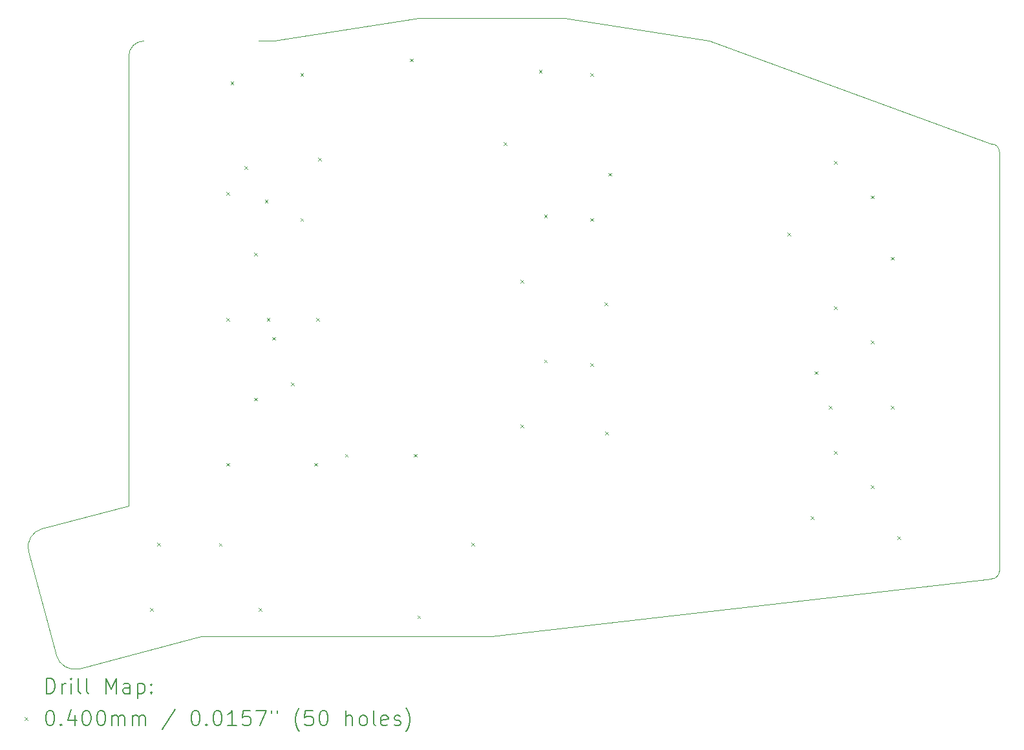
<source format=gbr>
%TF.GenerationSoftware,KiCad,Pcbnew,7.0.2-0*%
%TF.CreationDate,2023-06-01T09:13:46+08:00*%
%TF.ProjectId,Input,496e7075-742e-46b6-9963-61645f706362,2*%
%TF.SameCoordinates,PX717cbc0PY58b1140*%
%TF.FileFunction,Drillmap*%
%TF.FilePolarity,Positive*%
%FSLAX45Y45*%
G04 Gerber Fmt 4.5, Leading zero omitted, Abs format (unit mm)*
G04 Created by KiCad (PCBNEW 7.0.2-0) date 2023-06-01 09:13:46*
%MOMM*%
%LPD*%
G01*
G04 APERTURE LIST*
%ADD10C,0.100000*%
%ADD11C,0.200000*%
%ADD12C,0.040000*%
G04 APERTURE END LIST*
D10*
X2850000Y3350000D02*
X950000Y3050000D01*
X6650000Y3050000D02*
X4750000Y3350000D01*
X-949990Y2848001D02*
X-950000Y-3040000D01*
X10350000Y-4000000D02*
G75*
G03*
X10450000Y-3900000I0J100000D01*
G01*
X950000Y3050000D02*
X750000Y3050000D01*
X3800000Y-4750000D02*
X10350000Y-4000000D01*
X-2262303Y-3647930D02*
X-1899956Y-5000226D01*
X8Y-4749951D02*
X3800000Y-4750000D01*
X8Y-4749951D02*
X-1593770Y-5177003D01*
X-750000Y3050000D02*
G75*
G03*
X-949990Y2848001I0J-200000D01*
G01*
X10350000Y1700000D02*
X6650000Y3050000D01*
X10450000Y1600000D02*
G75*
G03*
X10350000Y1700000I-100000J0D01*
G01*
X-2085526Y-3341743D02*
G75*
G03*
X-2262303Y-3647930I64705J-241482D01*
G01*
X4750000Y3350000D02*
X2850000Y3350000D01*
X10450000Y-3900000D02*
X10450000Y1600000D01*
X-950000Y-3040000D02*
X-2085526Y-3341744D01*
X-1899951Y-5000225D02*
G75*
G03*
X-1593770Y-5177003I241482J64705D01*
G01*
D11*
D12*
X-670000Y-4384060D02*
X-630000Y-4424060D01*
X-630000Y-4384060D02*
X-670000Y-4424060D01*
X-576313Y-3526000D02*
X-536313Y-3566000D01*
X-536313Y-3526000D02*
X-576313Y-3566000D01*
X230000Y-3530000D02*
X270000Y-3570000D01*
X270000Y-3530000D02*
X230000Y-3570000D01*
X330000Y1070000D02*
X370000Y1030000D01*
X370000Y1070000D02*
X330000Y1030000D01*
X330000Y-580000D02*
X370000Y-620000D01*
X370000Y-580000D02*
X330000Y-620000D01*
X330000Y-2480000D02*
X370000Y-2520000D01*
X370000Y-2480000D02*
X330000Y-2520000D01*
X381230Y2521230D02*
X421230Y2481230D01*
X421230Y2521230D02*
X381230Y2481230D01*
X564200Y1412000D02*
X604200Y1372000D01*
X604200Y1412000D02*
X564200Y1372000D01*
X688500Y274000D02*
X728500Y234000D01*
X728500Y274000D02*
X688500Y234000D01*
X688500Y-1626000D02*
X728500Y-1666000D01*
X728500Y-1626000D02*
X688500Y-1666000D01*
X752500Y-4380000D02*
X792500Y-4420000D01*
X792500Y-4380000D02*
X752500Y-4420000D01*
X830000Y970000D02*
X870000Y930000D01*
X870000Y970000D02*
X830000Y930000D01*
X857500Y-580000D02*
X897500Y-620000D01*
X897500Y-580000D02*
X857500Y-620000D01*
X930000Y-830000D02*
X970000Y-870000D01*
X970000Y-830000D02*
X930000Y-870000D01*
X1171500Y-1426000D02*
X1211500Y-1466000D01*
X1211500Y-1426000D02*
X1171500Y-1466000D01*
X1295800Y2628000D02*
X1335800Y2588000D01*
X1335800Y2628000D02*
X1295800Y2588000D01*
X1295800Y728000D02*
X1335800Y688000D01*
X1335800Y728000D02*
X1295800Y688000D01*
X1480000Y-2480000D02*
X1520000Y-2520000D01*
X1520000Y-2480000D02*
X1480000Y-2520000D01*
X1502500Y-580000D02*
X1542500Y-620000D01*
X1542500Y-580000D02*
X1502500Y-620000D01*
X1530000Y1520000D02*
X1570000Y1480000D01*
X1570000Y1520000D02*
X1530000Y1480000D01*
X1880000Y-2362500D02*
X1920000Y-2402500D01*
X1920000Y-2362500D02*
X1880000Y-2402500D01*
X2730000Y2820000D02*
X2770000Y2780000D01*
X2770000Y2820000D02*
X2730000Y2780000D01*
X2780000Y-2362500D02*
X2820000Y-2402500D01*
X2820000Y-2362500D02*
X2780000Y-2402500D01*
X2830000Y-4480000D02*
X2870000Y-4520000D01*
X2870000Y-4480000D02*
X2830000Y-4520000D01*
X3538500Y-3526000D02*
X3578500Y-3566000D01*
X3578500Y-3526000D02*
X3538500Y-3566000D01*
X3957500Y1720000D02*
X3997500Y1680000D01*
X3997500Y1720000D02*
X3957500Y1680000D01*
X4180000Y-80000D02*
X4220000Y-120000D01*
X4220000Y-80000D02*
X4180000Y-120000D01*
X4180000Y-1980000D02*
X4220000Y-2020000D01*
X4220000Y-1980000D02*
X4180000Y-2020000D01*
X4420500Y2670000D02*
X4460500Y2630000D01*
X4460500Y2670000D02*
X4420500Y2630000D01*
X4488500Y774000D02*
X4528500Y734000D01*
X4528500Y774000D02*
X4488500Y734000D01*
X4488500Y-1126000D02*
X4528500Y-1166000D01*
X4528500Y-1126000D02*
X4488500Y-1166000D01*
X5095800Y2628000D02*
X5135800Y2588000D01*
X5135800Y2628000D02*
X5095800Y2588000D01*
X5095800Y728000D02*
X5135800Y688000D01*
X5135800Y728000D02*
X5095800Y688000D01*
X5095800Y-1172000D02*
X5135800Y-1212000D01*
X5135800Y-1172000D02*
X5095800Y-1212000D01*
X5280000Y-380000D02*
X5320000Y-420000D01*
X5320000Y-380000D02*
X5280000Y-420000D01*
X5291250Y-2068750D02*
X5331250Y-2108750D01*
X5331250Y-2068750D02*
X5291250Y-2108750D01*
X5330000Y1320000D02*
X5370000Y1280000D01*
X5370000Y1320000D02*
X5330000Y1280000D01*
X7675000Y537500D02*
X7715000Y497500D01*
X7715000Y537500D02*
X7675000Y497500D01*
X7980000Y-3180000D02*
X8020000Y-3220000D01*
X8020000Y-3180000D02*
X7980000Y-3220000D01*
X8030000Y-1280000D02*
X8070000Y-1320000D01*
X8070000Y-1280000D02*
X8030000Y-1320000D01*
X8220500Y-1730000D02*
X8260500Y-1770000D01*
X8260500Y-1730000D02*
X8220500Y-1770000D01*
X8288500Y1474000D02*
X8328500Y1434000D01*
X8328500Y1474000D02*
X8288500Y1434000D01*
X8288500Y-426000D02*
X8328500Y-466000D01*
X8328500Y-426000D02*
X8288500Y-466000D01*
X8288500Y-2326000D02*
X8328500Y-2366000D01*
X8328500Y-2326000D02*
X8288500Y-2366000D01*
X8771500Y1024000D02*
X8811500Y984000D01*
X8811500Y1024000D02*
X8771500Y984000D01*
X8771500Y-876000D02*
X8811500Y-916000D01*
X8811500Y-876000D02*
X8771500Y-916000D01*
X8771500Y-2776000D02*
X8811500Y-2816000D01*
X8811500Y-2776000D02*
X8771500Y-2816000D01*
X9030000Y220000D02*
X9070000Y180000D01*
X9070000Y220000D02*
X9030000Y180000D01*
X9030000Y-1730000D02*
X9070000Y-1770000D01*
X9070000Y-1730000D02*
X9030000Y-1770000D01*
X9116250Y-3443750D02*
X9156250Y-3483750D01*
X9156250Y-3443750D02*
X9116250Y-3483750D01*
D11*
X-2028202Y-5503044D02*
X-2028202Y-5303044D01*
X-2028202Y-5303044D02*
X-1980583Y-5303044D01*
X-1980583Y-5303044D02*
X-1952012Y-5312568D01*
X-1952012Y-5312568D02*
X-1932964Y-5331615D01*
X-1932964Y-5331615D02*
X-1923441Y-5350663D01*
X-1923441Y-5350663D02*
X-1913917Y-5388758D01*
X-1913917Y-5388758D02*
X-1913917Y-5417330D01*
X-1913917Y-5417330D02*
X-1923441Y-5455425D01*
X-1923441Y-5455425D02*
X-1932964Y-5474473D01*
X-1932964Y-5474473D02*
X-1952012Y-5493520D01*
X-1952012Y-5493520D02*
X-1980583Y-5503044D01*
X-1980583Y-5503044D02*
X-2028202Y-5503044D01*
X-1828202Y-5503044D02*
X-1828202Y-5369711D01*
X-1828202Y-5407806D02*
X-1818679Y-5388758D01*
X-1818679Y-5388758D02*
X-1809155Y-5379234D01*
X-1809155Y-5379234D02*
X-1790107Y-5369711D01*
X-1790107Y-5369711D02*
X-1771060Y-5369711D01*
X-1704393Y-5503044D02*
X-1704393Y-5369711D01*
X-1704393Y-5303044D02*
X-1713917Y-5312568D01*
X-1713917Y-5312568D02*
X-1704393Y-5322092D01*
X-1704393Y-5322092D02*
X-1694869Y-5312568D01*
X-1694869Y-5312568D02*
X-1704393Y-5303044D01*
X-1704393Y-5303044D02*
X-1704393Y-5322092D01*
X-1580583Y-5503044D02*
X-1599631Y-5493520D01*
X-1599631Y-5493520D02*
X-1609155Y-5474473D01*
X-1609155Y-5474473D02*
X-1609155Y-5303044D01*
X-1475822Y-5503044D02*
X-1494869Y-5493520D01*
X-1494869Y-5493520D02*
X-1504393Y-5474473D01*
X-1504393Y-5474473D02*
X-1504393Y-5303044D01*
X-1247250Y-5503044D02*
X-1247250Y-5303044D01*
X-1247250Y-5303044D02*
X-1180583Y-5445901D01*
X-1180583Y-5445901D02*
X-1113917Y-5303044D01*
X-1113917Y-5303044D02*
X-1113917Y-5503044D01*
X-932964Y-5503044D02*
X-932964Y-5398282D01*
X-932964Y-5398282D02*
X-942488Y-5379234D01*
X-942488Y-5379234D02*
X-961536Y-5369711D01*
X-961536Y-5369711D02*
X-999631Y-5369711D01*
X-999631Y-5369711D02*
X-1018679Y-5379234D01*
X-932964Y-5493520D02*
X-952012Y-5503044D01*
X-952012Y-5503044D02*
X-999631Y-5503044D01*
X-999631Y-5503044D02*
X-1018679Y-5493520D01*
X-1018679Y-5493520D02*
X-1028202Y-5474473D01*
X-1028202Y-5474473D02*
X-1028202Y-5455425D01*
X-1028202Y-5455425D02*
X-1018679Y-5436377D01*
X-1018679Y-5436377D02*
X-999631Y-5426854D01*
X-999631Y-5426854D02*
X-952012Y-5426854D01*
X-952012Y-5426854D02*
X-932964Y-5417330D01*
X-837726Y-5369711D02*
X-837726Y-5569711D01*
X-837726Y-5379234D02*
X-818679Y-5369711D01*
X-818679Y-5369711D02*
X-780583Y-5369711D01*
X-780583Y-5369711D02*
X-761536Y-5379234D01*
X-761536Y-5379234D02*
X-752012Y-5388758D01*
X-752012Y-5388758D02*
X-742488Y-5407806D01*
X-742488Y-5407806D02*
X-742488Y-5464949D01*
X-742488Y-5464949D02*
X-752012Y-5483996D01*
X-752012Y-5483996D02*
X-761536Y-5493520D01*
X-761536Y-5493520D02*
X-780583Y-5503044D01*
X-780583Y-5503044D02*
X-818679Y-5503044D01*
X-818679Y-5503044D02*
X-837726Y-5493520D01*
X-656774Y-5483996D02*
X-647250Y-5493520D01*
X-647250Y-5493520D02*
X-656774Y-5503044D01*
X-656774Y-5503044D02*
X-666298Y-5493520D01*
X-666298Y-5493520D02*
X-656774Y-5483996D01*
X-656774Y-5483996D02*
X-656774Y-5503044D01*
X-656774Y-5379234D02*
X-647250Y-5388758D01*
X-647250Y-5388758D02*
X-656774Y-5398282D01*
X-656774Y-5398282D02*
X-666298Y-5388758D01*
X-666298Y-5388758D02*
X-656774Y-5379234D01*
X-656774Y-5379234D02*
X-656774Y-5398282D01*
D12*
X-2315822Y-5810520D02*
X-2275822Y-5850520D01*
X-2275822Y-5810520D02*
X-2315822Y-5850520D01*
D11*
X-1990107Y-5723044D02*
X-1971060Y-5723044D01*
X-1971060Y-5723044D02*
X-1952012Y-5732568D01*
X-1952012Y-5732568D02*
X-1942488Y-5742092D01*
X-1942488Y-5742092D02*
X-1932964Y-5761139D01*
X-1932964Y-5761139D02*
X-1923441Y-5799234D01*
X-1923441Y-5799234D02*
X-1923441Y-5846853D01*
X-1923441Y-5846853D02*
X-1932964Y-5884949D01*
X-1932964Y-5884949D02*
X-1942488Y-5903996D01*
X-1942488Y-5903996D02*
X-1952012Y-5913520D01*
X-1952012Y-5913520D02*
X-1971060Y-5923044D01*
X-1971060Y-5923044D02*
X-1990107Y-5923044D01*
X-1990107Y-5923044D02*
X-2009155Y-5913520D01*
X-2009155Y-5913520D02*
X-2018679Y-5903996D01*
X-2018679Y-5903996D02*
X-2028202Y-5884949D01*
X-2028202Y-5884949D02*
X-2037726Y-5846853D01*
X-2037726Y-5846853D02*
X-2037726Y-5799234D01*
X-2037726Y-5799234D02*
X-2028202Y-5761139D01*
X-2028202Y-5761139D02*
X-2018679Y-5742092D01*
X-2018679Y-5742092D02*
X-2009155Y-5732568D01*
X-2009155Y-5732568D02*
X-1990107Y-5723044D01*
X-1837726Y-5903996D02*
X-1828202Y-5913520D01*
X-1828202Y-5913520D02*
X-1837726Y-5923044D01*
X-1837726Y-5923044D02*
X-1847250Y-5913520D01*
X-1847250Y-5913520D02*
X-1837726Y-5903996D01*
X-1837726Y-5903996D02*
X-1837726Y-5923044D01*
X-1656774Y-5789711D02*
X-1656774Y-5923044D01*
X-1704393Y-5713520D02*
X-1752012Y-5856377D01*
X-1752012Y-5856377D02*
X-1628202Y-5856377D01*
X-1513917Y-5723044D02*
X-1494869Y-5723044D01*
X-1494869Y-5723044D02*
X-1475821Y-5732568D01*
X-1475821Y-5732568D02*
X-1466298Y-5742092D01*
X-1466298Y-5742092D02*
X-1456774Y-5761139D01*
X-1456774Y-5761139D02*
X-1447250Y-5799234D01*
X-1447250Y-5799234D02*
X-1447250Y-5846853D01*
X-1447250Y-5846853D02*
X-1456774Y-5884949D01*
X-1456774Y-5884949D02*
X-1466298Y-5903996D01*
X-1466298Y-5903996D02*
X-1475821Y-5913520D01*
X-1475821Y-5913520D02*
X-1494869Y-5923044D01*
X-1494869Y-5923044D02*
X-1513917Y-5923044D01*
X-1513917Y-5923044D02*
X-1532964Y-5913520D01*
X-1532964Y-5913520D02*
X-1542488Y-5903996D01*
X-1542488Y-5903996D02*
X-1552012Y-5884949D01*
X-1552012Y-5884949D02*
X-1561536Y-5846853D01*
X-1561536Y-5846853D02*
X-1561536Y-5799234D01*
X-1561536Y-5799234D02*
X-1552012Y-5761139D01*
X-1552012Y-5761139D02*
X-1542488Y-5742092D01*
X-1542488Y-5742092D02*
X-1532964Y-5732568D01*
X-1532964Y-5732568D02*
X-1513917Y-5723044D01*
X-1323441Y-5723044D02*
X-1304393Y-5723044D01*
X-1304393Y-5723044D02*
X-1285345Y-5732568D01*
X-1285345Y-5732568D02*
X-1275822Y-5742092D01*
X-1275822Y-5742092D02*
X-1266298Y-5761139D01*
X-1266298Y-5761139D02*
X-1256774Y-5799234D01*
X-1256774Y-5799234D02*
X-1256774Y-5846853D01*
X-1256774Y-5846853D02*
X-1266298Y-5884949D01*
X-1266298Y-5884949D02*
X-1275822Y-5903996D01*
X-1275822Y-5903996D02*
X-1285345Y-5913520D01*
X-1285345Y-5913520D02*
X-1304393Y-5923044D01*
X-1304393Y-5923044D02*
X-1323441Y-5923044D01*
X-1323441Y-5923044D02*
X-1342488Y-5913520D01*
X-1342488Y-5913520D02*
X-1352012Y-5903996D01*
X-1352012Y-5903996D02*
X-1361536Y-5884949D01*
X-1361536Y-5884949D02*
X-1371060Y-5846853D01*
X-1371060Y-5846853D02*
X-1371060Y-5799234D01*
X-1371060Y-5799234D02*
X-1361536Y-5761139D01*
X-1361536Y-5761139D02*
X-1352012Y-5742092D01*
X-1352012Y-5742092D02*
X-1342488Y-5732568D01*
X-1342488Y-5732568D02*
X-1323441Y-5723044D01*
X-1171060Y-5923044D02*
X-1171060Y-5789711D01*
X-1171060Y-5808758D02*
X-1161536Y-5799234D01*
X-1161536Y-5799234D02*
X-1142488Y-5789711D01*
X-1142488Y-5789711D02*
X-1113917Y-5789711D01*
X-1113917Y-5789711D02*
X-1094869Y-5799234D01*
X-1094869Y-5799234D02*
X-1085345Y-5818282D01*
X-1085345Y-5818282D02*
X-1085345Y-5923044D01*
X-1085345Y-5818282D02*
X-1075822Y-5799234D01*
X-1075822Y-5799234D02*
X-1056774Y-5789711D01*
X-1056774Y-5789711D02*
X-1028202Y-5789711D01*
X-1028202Y-5789711D02*
X-1009155Y-5799234D01*
X-1009155Y-5799234D02*
X-999631Y-5818282D01*
X-999631Y-5818282D02*
X-999631Y-5923044D01*
X-904393Y-5923044D02*
X-904393Y-5789711D01*
X-904393Y-5808758D02*
X-894869Y-5799234D01*
X-894869Y-5799234D02*
X-875821Y-5789711D01*
X-875821Y-5789711D02*
X-847250Y-5789711D01*
X-847250Y-5789711D02*
X-828202Y-5799234D01*
X-828202Y-5799234D02*
X-818679Y-5818282D01*
X-818679Y-5818282D02*
X-818679Y-5923044D01*
X-818679Y-5818282D02*
X-809155Y-5799234D01*
X-809155Y-5799234D02*
X-790107Y-5789711D01*
X-790107Y-5789711D02*
X-761536Y-5789711D01*
X-761536Y-5789711D02*
X-742488Y-5799234D01*
X-742488Y-5799234D02*
X-732964Y-5818282D01*
X-732964Y-5818282D02*
X-732964Y-5923044D01*
X-342488Y-5713520D02*
X-513917Y-5970663D01*
X-85345Y-5723044D02*
X-66298Y-5723044D01*
X-66298Y-5723044D02*
X-47250Y-5732568D01*
X-47250Y-5732568D02*
X-37726Y-5742092D01*
X-37726Y-5742092D02*
X-28202Y-5761139D01*
X-28202Y-5761139D02*
X-18679Y-5799234D01*
X-18679Y-5799234D02*
X-18679Y-5846853D01*
X-18679Y-5846853D02*
X-28202Y-5884949D01*
X-28202Y-5884949D02*
X-37726Y-5903996D01*
X-37726Y-5903996D02*
X-47250Y-5913520D01*
X-47250Y-5913520D02*
X-66298Y-5923044D01*
X-66298Y-5923044D02*
X-85345Y-5923044D01*
X-85345Y-5923044D02*
X-104393Y-5913520D01*
X-104393Y-5913520D02*
X-113917Y-5903996D01*
X-113917Y-5903996D02*
X-123440Y-5884949D01*
X-123440Y-5884949D02*
X-132964Y-5846853D01*
X-132964Y-5846853D02*
X-132964Y-5799234D01*
X-132964Y-5799234D02*
X-123440Y-5761139D01*
X-123440Y-5761139D02*
X-113917Y-5742092D01*
X-113917Y-5742092D02*
X-104393Y-5732568D01*
X-104393Y-5732568D02*
X-85345Y-5723044D01*
X67036Y-5903996D02*
X76560Y-5913520D01*
X76560Y-5913520D02*
X67036Y-5923044D01*
X67036Y-5923044D02*
X57512Y-5913520D01*
X57512Y-5913520D02*
X67036Y-5903996D01*
X67036Y-5903996D02*
X67036Y-5923044D01*
X200369Y-5723044D02*
X219417Y-5723044D01*
X219417Y-5723044D02*
X238464Y-5732568D01*
X238464Y-5732568D02*
X247988Y-5742092D01*
X247988Y-5742092D02*
X257512Y-5761139D01*
X257512Y-5761139D02*
X267036Y-5799234D01*
X267036Y-5799234D02*
X267036Y-5846853D01*
X267036Y-5846853D02*
X257512Y-5884949D01*
X257512Y-5884949D02*
X247988Y-5903996D01*
X247988Y-5903996D02*
X238464Y-5913520D01*
X238464Y-5913520D02*
X219417Y-5923044D01*
X219417Y-5923044D02*
X200369Y-5923044D01*
X200369Y-5923044D02*
X181321Y-5913520D01*
X181321Y-5913520D02*
X171798Y-5903996D01*
X171798Y-5903996D02*
X162274Y-5884949D01*
X162274Y-5884949D02*
X152750Y-5846853D01*
X152750Y-5846853D02*
X152750Y-5799234D01*
X152750Y-5799234D02*
X162274Y-5761139D01*
X162274Y-5761139D02*
X171798Y-5742092D01*
X171798Y-5742092D02*
X181321Y-5732568D01*
X181321Y-5732568D02*
X200369Y-5723044D01*
X457512Y-5923044D02*
X343226Y-5923044D01*
X400369Y-5923044D02*
X400369Y-5723044D01*
X400369Y-5723044D02*
X381321Y-5751615D01*
X381321Y-5751615D02*
X362274Y-5770663D01*
X362274Y-5770663D02*
X343226Y-5780187D01*
X638464Y-5723044D02*
X543226Y-5723044D01*
X543226Y-5723044D02*
X533703Y-5818282D01*
X533703Y-5818282D02*
X543226Y-5808758D01*
X543226Y-5808758D02*
X562274Y-5799234D01*
X562274Y-5799234D02*
X609893Y-5799234D01*
X609893Y-5799234D02*
X628941Y-5808758D01*
X628941Y-5808758D02*
X638464Y-5818282D01*
X638464Y-5818282D02*
X647988Y-5837330D01*
X647988Y-5837330D02*
X647988Y-5884949D01*
X647988Y-5884949D02*
X638464Y-5903996D01*
X638464Y-5903996D02*
X628941Y-5913520D01*
X628941Y-5913520D02*
X609893Y-5923044D01*
X609893Y-5923044D02*
X562274Y-5923044D01*
X562274Y-5923044D02*
X543226Y-5913520D01*
X543226Y-5913520D02*
X533703Y-5903996D01*
X714655Y-5723044D02*
X847988Y-5723044D01*
X847988Y-5723044D02*
X762274Y-5923044D01*
X914655Y-5723044D02*
X914655Y-5761139D01*
X990845Y-5723044D02*
X990845Y-5761139D01*
X1286084Y-5999234D02*
X1276560Y-5989711D01*
X1276560Y-5989711D02*
X1257512Y-5961139D01*
X1257512Y-5961139D02*
X1247988Y-5942092D01*
X1247988Y-5942092D02*
X1238465Y-5913520D01*
X1238465Y-5913520D02*
X1228941Y-5865901D01*
X1228941Y-5865901D02*
X1228941Y-5827806D01*
X1228941Y-5827806D02*
X1238465Y-5780187D01*
X1238465Y-5780187D02*
X1247988Y-5751615D01*
X1247988Y-5751615D02*
X1257512Y-5732568D01*
X1257512Y-5732568D02*
X1276560Y-5703996D01*
X1276560Y-5703996D02*
X1286084Y-5694472D01*
X1457512Y-5723044D02*
X1362274Y-5723044D01*
X1362274Y-5723044D02*
X1352750Y-5818282D01*
X1352750Y-5818282D02*
X1362274Y-5808758D01*
X1362274Y-5808758D02*
X1381322Y-5799234D01*
X1381322Y-5799234D02*
X1428941Y-5799234D01*
X1428941Y-5799234D02*
X1447988Y-5808758D01*
X1447988Y-5808758D02*
X1457512Y-5818282D01*
X1457512Y-5818282D02*
X1467036Y-5837330D01*
X1467036Y-5837330D02*
X1467036Y-5884949D01*
X1467036Y-5884949D02*
X1457512Y-5903996D01*
X1457512Y-5903996D02*
X1447988Y-5913520D01*
X1447988Y-5913520D02*
X1428941Y-5923044D01*
X1428941Y-5923044D02*
X1381322Y-5923044D01*
X1381322Y-5923044D02*
X1362274Y-5913520D01*
X1362274Y-5913520D02*
X1352750Y-5903996D01*
X1590845Y-5723044D02*
X1609893Y-5723044D01*
X1609893Y-5723044D02*
X1628941Y-5732568D01*
X1628941Y-5732568D02*
X1638464Y-5742092D01*
X1638464Y-5742092D02*
X1647988Y-5761139D01*
X1647988Y-5761139D02*
X1657512Y-5799234D01*
X1657512Y-5799234D02*
X1657512Y-5846853D01*
X1657512Y-5846853D02*
X1647988Y-5884949D01*
X1647988Y-5884949D02*
X1638464Y-5903996D01*
X1638464Y-5903996D02*
X1628941Y-5913520D01*
X1628941Y-5913520D02*
X1609893Y-5923044D01*
X1609893Y-5923044D02*
X1590845Y-5923044D01*
X1590845Y-5923044D02*
X1571798Y-5913520D01*
X1571798Y-5913520D02*
X1562274Y-5903996D01*
X1562274Y-5903996D02*
X1552750Y-5884949D01*
X1552750Y-5884949D02*
X1543226Y-5846853D01*
X1543226Y-5846853D02*
X1543226Y-5799234D01*
X1543226Y-5799234D02*
X1552750Y-5761139D01*
X1552750Y-5761139D02*
X1562274Y-5742092D01*
X1562274Y-5742092D02*
X1571798Y-5732568D01*
X1571798Y-5732568D02*
X1590845Y-5723044D01*
X1895607Y-5923044D02*
X1895607Y-5723044D01*
X1981322Y-5923044D02*
X1981322Y-5818282D01*
X1981322Y-5818282D02*
X1971798Y-5799234D01*
X1971798Y-5799234D02*
X1952750Y-5789711D01*
X1952750Y-5789711D02*
X1924179Y-5789711D01*
X1924179Y-5789711D02*
X1905131Y-5799234D01*
X1905131Y-5799234D02*
X1895607Y-5808758D01*
X2105131Y-5923044D02*
X2086084Y-5913520D01*
X2086084Y-5913520D02*
X2076560Y-5903996D01*
X2076560Y-5903996D02*
X2067036Y-5884949D01*
X2067036Y-5884949D02*
X2067036Y-5827806D01*
X2067036Y-5827806D02*
X2076560Y-5808758D01*
X2076560Y-5808758D02*
X2086084Y-5799234D01*
X2086084Y-5799234D02*
X2105131Y-5789711D01*
X2105131Y-5789711D02*
X2133703Y-5789711D01*
X2133703Y-5789711D02*
X2152750Y-5799234D01*
X2152750Y-5799234D02*
X2162274Y-5808758D01*
X2162274Y-5808758D02*
X2171798Y-5827806D01*
X2171798Y-5827806D02*
X2171798Y-5884949D01*
X2171798Y-5884949D02*
X2162274Y-5903996D01*
X2162274Y-5903996D02*
X2152750Y-5913520D01*
X2152750Y-5913520D02*
X2133703Y-5923044D01*
X2133703Y-5923044D02*
X2105131Y-5923044D01*
X2286084Y-5923044D02*
X2267036Y-5913520D01*
X2267036Y-5913520D02*
X2257512Y-5894472D01*
X2257512Y-5894472D02*
X2257512Y-5723044D01*
X2438465Y-5913520D02*
X2419417Y-5923044D01*
X2419417Y-5923044D02*
X2381322Y-5923044D01*
X2381322Y-5923044D02*
X2362274Y-5913520D01*
X2362274Y-5913520D02*
X2352750Y-5894472D01*
X2352750Y-5894472D02*
X2352750Y-5818282D01*
X2352750Y-5818282D02*
X2362274Y-5799234D01*
X2362274Y-5799234D02*
X2381322Y-5789711D01*
X2381322Y-5789711D02*
X2419417Y-5789711D01*
X2419417Y-5789711D02*
X2438465Y-5799234D01*
X2438465Y-5799234D02*
X2447988Y-5818282D01*
X2447988Y-5818282D02*
X2447988Y-5837330D01*
X2447988Y-5837330D02*
X2352750Y-5856377D01*
X2524179Y-5913520D02*
X2543227Y-5923044D01*
X2543227Y-5923044D02*
X2581322Y-5923044D01*
X2581322Y-5923044D02*
X2600369Y-5913520D01*
X2600369Y-5913520D02*
X2609893Y-5894472D01*
X2609893Y-5894472D02*
X2609893Y-5884949D01*
X2609893Y-5884949D02*
X2600369Y-5865901D01*
X2600369Y-5865901D02*
X2581322Y-5856377D01*
X2581322Y-5856377D02*
X2552750Y-5856377D01*
X2552750Y-5856377D02*
X2533703Y-5846853D01*
X2533703Y-5846853D02*
X2524179Y-5827806D01*
X2524179Y-5827806D02*
X2524179Y-5818282D01*
X2524179Y-5818282D02*
X2533703Y-5799234D01*
X2533703Y-5799234D02*
X2552750Y-5789711D01*
X2552750Y-5789711D02*
X2581322Y-5789711D01*
X2581322Y-5789711D02*
X2600369Y-5799234D01*
X2676560Y-5999234D02*
X2686084Y-5989711D01*
X2686084Y-5989711D02*
X2705131Y-5961139D01*
X2705131Y-5961139D02*
X2714655Y-5942092D01*
X2714655Y-5942092D02*
X2724179Y-5913520D01*
X2724179Y-5913520D02*
X2733703Y-5865901D01*
X2733703Y-5865901D02*
X2733703Y-5827806D01*
X2733703Y-5827806D02*
X2724179Y-5780187D01*
X2724179Y-5780187D02*
X2714655Y-5751615D01*
X2714655Y-5751615D02*
X2705131Y-5732568D01*
X2705131Y-5732568D02*
X2686084Y-5703996D01*
X2686084Y-5703996D02*
X2676560Y-5694472D01*
M02*

</source>
